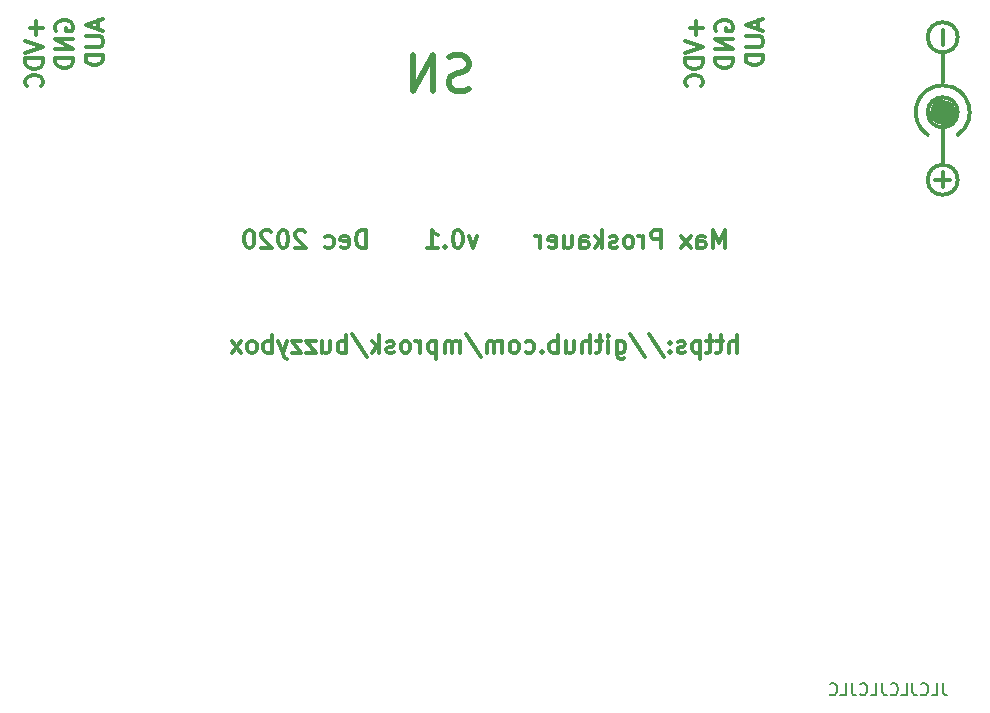
<source format=gbr>
G04 #@! TF.GenerationSoftware,KiCad,Pcbnew,(5.1.4)-1*
G04 #@! TF.CreationDate,2020-12-21T11:31:01-05:00*
G04 #@! TF.ProjectId,buzzybox,62757a7a-7962-46f7-982e-6b696361645f,rev?*
G04 #@! TF.SameCoordinates,Original*
G04 #@! TF.FileFunction,Legend,Bot*
G04 #@! TF.FilePolarity,Positive*
%FSLAX46Y46*%
G04 Gerber Fmt 4.6, Leading zero omitted, Abs format (unit mm)*
G04 Created by KiCad (PCBNEW (5.1.4)-1) date 2020-12-21 11:31:01*
%MOMM*%
%LPD*%
G04 APERTURE LIST*
%ADD10C,0.500000*%
%ADD11C,0.300000*%
%ADD12C,2.000000*%
%ADD13C,0.150000*%
G04 APERTURE END LIST*
D10*
X110378571Y-57094285D02*
X109950000Y-57237142D01*
X109235714Y-57237142D01*
X108950000Y-57094285D01*
X108807142Y-56951428D01*
X108664285Y-56665714D01*
X108664285Y-56380000D01*
X108807142Y-56094285D01*
X108950000Y-55951428D01*
X109235714Y-55808571D01*
X109807142Y-55665714D01*
X110092857Y-55522857D01*
X110235714Y-55380000D01*
X110378571Y-55094285D01*
X110378571Y-54808571D01*
X110235714Y-54522857D01*
X110092857Y-54380000D01*
X109807142Y-54237142D01*
X109092857Y-54237142D01*
X108664285Y-54380000D01*
X107378571Y-57237142D02*
X107378571Y-54237142D01*
X105664285Y-57237142D01*
X105664285Y-54237142D01*
D11*
X133045714Y-79418571D02*
X133045714Y-77918571D01*
X132402857Y-79418571D02*
X132402857Y-78632857D01*
X132474285Y-78490000D01*
X132617142Y-78418571D01*
X132831428Y-78418571D01*
X132974285Y-78490000D01*
X133045714Y-78561428D01*
X131902857Y-78418571D02*
X131331428Y-78418571D01*
X131688571Y-77918571D02*
X131688571Y-79204285D01*
X131617142Y-79347142D01*
X131474285Y-79418571D01*
X131331428Y-79418571D01*
X131045714Y-78418571D02*
X130474285Y-78418571D01*
X130831428Y-77918571D02*
X130831428Y-79204285D01*
X130760000Y-79347142D01*
X130617142Y-79418571D01*
X130474285Y-79418571D01*
X129974285Y-78418571D02*
X129974285Y-79918571D01*
X129974285Y-78490000D02*
X129831428Y-78418571D01*
X129545714Y-78418571D01*
X129402857Y-78490000D01*
X129331428Y-78561428D01*
X129260000Y-78704285D01*
X129260000Y-79132857D01*
X129331428Y-79275714D01*
X129402857Y-79347142D01*
X129545714Y-79418571D01*
X129831428Y-79418571D01*
X129974285Y-79347142D01*
X128688571Y-79347142D02*
X128545714Y-79418571D01*
X128260000Y-79418571D01*
X128117142Y-79347142D01*
X128045714Y-79204285D01*
X128045714Y-79132857D01*
X128117142Y-78990000D01*
X128260000Y-78918571D01*
X128474285Y-78918571D01*
X128617142Y-78847142D01*
X128688571Y-78704285D01*
X128688571Y-78632857D01*
X128617142Y-78490000D01*
X128474285Y-78418571D01*
X128260000Y-78418571D01*
X128117142Y-78490000D01*
X127402857Y-79275714D02*
X127331428Y-79347142D01*
X127402857Y-79418571D01*
X127474285Y-79347142D01*
X127402857Y-79275714D01*
X127402857Y-79418571D01*
X127402857Y-78490000D02*
X127331428Y-78561428D01*
X127402857Y-78632857D01*
X127474285Y-78561428D01*
X127402857Y-78490000D01*
X127402857Y-78632857D01*
X125617142Y-77847142D02*
X126902857Y-79775714D01*
X124045714Y-77847142D02*
X125331428Y-79775714D01*
X122902857Y-78418571D02*
X122902857Y-79632857D01*
X122974285Y-79775714D01*
X123045714Y-79847142D01*
X123188571Y-79918571D01*
X123402857Y-79918571D01*
X123545714Y-79847142D01*
X122902857Y-79347142D02*
X123045714Y-79418571D01*
X123331428Y-79418571D01*
X123474285Y-79347142D01*
X123545714Y-79275714D01*
X123617142Y-79132857D01*
X123617142Y-78704285D01*
X123545714Y-78561428D01*
X123474285Y-78490000D01*
X123331428Y-78418571D01*
X123045714Y-78418571D01*
X122902857Y-78490000D01*
X122188571Y-79418571D02*
X122188571Y-78418571D01*
X122188571Y-77918571D02*
X122259999Y-77990000D01*
X122188571Y-78061428D01*
X122117142Y-77990000D01*
X122188571Y-77918571D01*
X122188571Y-78061428D01*
X121688571Y-78418571D02*
X121117142Y-78418571D01*
X121474285Y-77918571D02*
X121474285Y-79204285D01*
X121402857Y-79347142D01*
X121260000Y-79418571D01*
X121117142Y-79418571D01*
X120617142Y-79418571D02*
X120617142Y-77918571D01*
X119974285Y-79418571D02*
X119974285Y-78632857D01*
X120045714Y-78490000D01*
X120188571Y-78418571D01*
X120402857Y-78418571D01*
X120545714Y-78490000D01*
X120617142Y-78561428D01*
X118617142Y-78418571D02*
X118617142Y-79418571D01*
X119259999Y-78418571D02*
X119259999Y-79204285D01*
X119188571Y-79347142D01*
X119045714Y-79418571D01*
X118831428Y-79418571D01*
X118688571Y-79347142D01*
X118617142Y-79275714D01*
X117902857Y-79418571D02*
X117902857Y-77918571D01*
X117902857Y-78490000D02*
X117759999Y-78418571D01*
X117474285Y-78418571D01*
X117331428Y-78490000D01*
X117259999Y-78561428D01*
X117188571Y-78704285D01*
X117188571Y-79132857D01*
X117259999Y-79275714D01*
X117331428Y-79347142D01*
X117474285Y-79418571D01*
X117759999Y-79418571D01*
X117902857Y-79347142D01*
X116545714Y-79275714D02*
X116474285Y-79347142D01*
X116545714Y-79418571D01*
X116617142Y-79347142D01*
X116545714Y-79275714D01*
X116545714Y-79418571D01*
X115188571Y-79347142D02*
X115331428Y-79418571D01*
X115617142Y-79418571D01*
X115759999Y-79347142D01*
X115831428Y-79275714D01*
X115902857Y-79132857D01*
X115902857Y-78704285D01*
X115831428Y-78561428D01*
X115759999Y-78490000D01*
X115617142Y-78418571D01*
X115331428Y-78418571D01*
X115188571Y-78490000D01*
X114331428Y-79418571D02*
X114474285Y-79347142D01*
X114545714Y-79275714D01*
X114617142Y-79132857D01*
X114617142Y-78704285D01*
X114545714Y-78561428D01*
X114474285Y-78490000D01*
X114331428Y-78418571D01*
X114117142Y-78418571D01*
X113974285Y-78490000D01*
X113902857Y-78561428D01*
X113831428Y-78704285D01*
X113831428Y-79132857D01*
X113902857Y-79275714D01*
X113974285Y-79347142D01*
X114117142Y-79418571D01*
X114331428Y-79418571D01*
X113188571Y-79418571D02*
X113188571Y-78418571D01*
X113188571Y-78561428D02*
X113117142Y-78490000D01*
X112974285Y-78418571D01*
X112759999Y-78418571D01*
X112617142Y-78490000D01*
X112545714Y-78632857D01*
X112545714Y-79418571D01*
X112545714Y-78632857D02*
X112474285Y-78490000D01*
X112331428Y-78418571D01*
X112117142Y-78418571D01*
X111974285Y-78490000D01*
X111902857Y-78632857D01*
X111902857Y-79418571D01*
X110117142Y-77847142D02*
X111402857Y-79775714D01*
X109617142Y-79418571D02*
X109617142Y-78418571D01*
X109617142Y-78561428D02*
X109545714Y-78490000D01*
X109402857Y-78418571D01*
X109188571Y-78418571D01*
X109045714Y-78490000D01*
X108974285Y-78632857D01*
X108974285Y-79418571D01*
X108974285Y-78632857D02*
X108902857Y-78490000D01*
X108759999Y-78418571D01*
X108545714Y-78418571D01*
X108402857Y-78490000D01*
X108331428Y-78632857D01*
X108331428Y-79418571D01*
X107617142Y-78418571D02*
X107617142Y-79918571D01*
X107617142Y-78490000D02*
X107474285Y-78418571D01*
X107188571Y-78418571D01*
X107045714Y-78490000D01*
X106974285Y-78561428D01*
X106902857Y-78704285D01*
X106902857Y-79132857D01*
X106974285Y-79275714D01*
X107045714Y-79347142D01*
X107188571Y-79418571D01*
X107474285Y-79418571D01*
X107617142Y-79347142D01*
X106259999Y-79418571D02*
X106259999Y-78418571D01*
X106259999Y-78704285D02*
X106188571Y-78561428D01*
X106117142Y-78490000D01*
X105974285Y-78418571D01*
X105831428Y-78418571D01*
X105117142Y-79418571D02*
X105259999Y-79347142D01*
X105331428Y-79275714D01*
X105402857Y-79132857D01*
X105402857Y-78704285D01*
X105331428Y-78561428D01*
X105259999Y-78490000D01*
X105117142Y-78418571D01*
X104902857Y-78418571D01*
X104759999Y-78490000D01*
X104688571Y-78561428D01*
X104617142Y-78704285D01*
X104617142Y-79132857D01*
X104688571Y-79275714D01*
X104759999Y-79347142D01*
X104902857Y-79418571D01*
X105117142Y-79418571D01*
X104045714Y-79347142D02*
X103902857Y-79418571D01*
X103617142Y-79418571D01*
X103474285Y-79347142D01*
X103402857Y-79204285D01*
X103402857Y-79132857D01*
X103474285Y-78990000D01*
X103617142Y-78918571D01*
X103831428Y-78918571D01*
X103974285Y-78847142D01*
X104045714Y-78704285D01*
X104045714Y-78632857D01*
X103974285Y-78490000D01*
X103831428Y-78418571D01*
X103617142Y-78418571D01*
X103474285Y-78490000D01*
X102759999Y-79418571D02*
X102759999Y-77918571D01*
X102617142Y-78847142D02*
X102188571Y-79418571D01*
X102188571Y-78418571D02*
X102759999Y-78990000D01*
X100474285Y-77847142D02*
X101759999Y-79775714D01*
X99974285Y-79418571D02*
X99974285Y-77918571D01*
X99974285Y-78490000D02*
X99831428Y-78418571D01*
X99545714Y-78418571D01*
X99402857Y-78490000D01*
X99331428Y-78561428D01*
X99259999Y-78704285D01*
X99259999Y-79132857D01*
X99331428Y-79275714D01*
X99402857Y-79347142D01*
X99545714Y-79418571D01*
X99831428Y-79418571D01*
X99974285Y-79347142D01*
X97974285Y-78418571D02*
X97974285Y-79418571D01*
X98617142Y-78418571D02*
X98617142Y-79204285D01*
X98545714Y-79347142D01*
X98402857Y-79418571D01*
X98188571Y-79418571D01*
X98045714Y-79347142D01*
X97974285Y-79275714D01*
X97402857Y-78418571D02*
X96617142Y-78418571D01*
X97402857Y-79418571D01*
X96617142Y-79418571D01*
X96188571Y-78418571D02*
X95402857Y-78418571D01*
X96188571Y-79418571D01*
X95402857Y-79418571D01*
X94974285Y-78418571D02*
X94617142Y-79418571D01*
X94259999Y-78418571D02*
X94617142Y-79418571D01*
X94759999Y-79775714D01*
X94831428Y-79847142D01*
X94974285Y-79918571D01*
X93688571Y-79418571D02*
X93688571Y-77918571D01*
X93688571Y-78490000D02*
X93545714Y-78418571D01*
X93259999Y-78418571D01*
X93117142Y-78490000D01*
X93045714Y-78561428D01*
X92974285Y-78704285D01*
X92974285Y-79132857D01*
X93045714Y-79275714D01*
X93117142Y-79347142D01*
X93259999Y-79418571D01*
X93545714Y-79418571D01*
X93688571Y-79347142D01*
X92117142Y-79418571D02*
X92259999Y-79347142D01*
X92331428Y-79275714D01*
X92402857Y-79132857D01*
X92402857Y-78704285D01*
X92331428Y-78561428D01*
X92259999Y-78490000D01*
X92117142Y-78418571D01*
X91902857Y-78418571D01*
X91759999Y-78490000D01*
X91688571Y-78561428D01*
X91617142Y-78704285D01*
X91617142Y-79132857D01*
X91688571Y-79275714D01*
X91759999Y-79347142D01*
X91902857Y-79418571D01*
X92117142Y-79418571D01*
X91117142Y-79418571D02*
X90331428Y-78418571D01*
X91117142Y-78418571D02*
X90331428Y-79418571D01*
X132081428Y-70528571D02*
X132081428Y-69028571D01*
X131581428Y-70100000D01*
X131081428Y-69028571D01*
X131081428Y-70528571D01*
X129724285Y-70528571D02*
X129724285Y-69742857D01*
X129795714Y-69600000D01*
X129938571Y-69528571D01*
X130224285Y-69528571D01*
X130367142Y-69600000D01*
X129724285Y-70457142D02*
X129867142Y-70528571D01*
X130224285Y-70528571D01*
X130367142Y-70457142D01*
X130438571Y-70314285D01*
X130438571Y-70171428D01*
X130367142Y-70028571D01*
X130224285Y-69957142D01*
X129867142Y-69957142D01*
X129724285Y-69885714D01*
X129152857Y-70528571D02*
X128367142Y-69528571D01*
X129152857Y-69528571D02*
X128367142Y-70528571D01*
X126652857Y-70528571D02*
X126652857Y-69028571D01*
X126081428Y-69028571D01*
X125938571Y-69100000D01*
X125867142Y-69171428D01*
X125795714Y-69314285D01*
X125795714Y-69528571D01*
X125867142Y-69671428D01*
X125938571Y-69742857D01*
X126081428Y-69814285D01*
X126652857Y-69814285D01*
X125152857Y-70528571D02*
X125152857Y-69528571D01*
X125152857Y-69814285D02*
X125081428Y-69671428D01*
X125010000Y-69600000D01*
X124867142Y-69528571D01*
X124724285Y-69528571D01*
X124010000Y-70528571D02*
X124152857Y-70457142D01*
X124224285Y-70385714D01*
X124295714Y-70242857D01*
X124295714Y-69814285D01*
X124224285Y-69671428D01*
X124152857Y-69600000D01*
X124010000Y-69528571D01*
X123795714Y-69528571D01*
X123652857Y-69600000D01*
X123581428Y-69671428D01*
X123510000Y-69814285D01*
X123510000Y-70242857D01*
X123581428Y-70385714D01*
X123652857Y-70457142D01*
X123795714Y-70528571D01*
X124010000Y-70528571D01*
X122938571Y-70457142D02*
X122795714Y-70528571D01*
X122510000Y-70528571D01*
X122367142Y-70457142D01*
X122295714Y-70314285D01*
X122295714Y-70242857D01*
X122367142Y-70100000D01*
X122510000Y-70028571D01*
X122724285Y-70028571D01*
X122867142Y-69957142D01*
X122938571Y-69814285D01*
X122938571Y-69742857D01*
X122867142Y-69600000D01*
X122724285Y-69528571D01*
X122510000Y-69528571D01*
X122367142Y-69600000D01*
X121652857Y-70528571D02*
X121652857Y-69028571D01*
X121510000Y-69957142D02*
X121081428Y-70528571D01*
X121081428Y-69528571D02*
X121652857Y-70100000D01*
X119795714Y-70528571D02*
X119795714Y-69742857D01*
X119867142Y-69600000D01*
X120010000Y-69528571D01*
X120295714Y-69528571D01*
X120438571Y-69600000D01*
X119795714Y-70457142D02*
X119938571Y-70528571D01*
X120295714Y-70528571D01*
X120438571Y-70457142D01*
X120510000Y-70314285D01*
X120510000Y-70171428D01*
X120438571Y-70028571D01*
X120295714Y-69957142D01*
X119938571Y-69957142D01*
X119795714Y-69885714D01*
X118438571Y-69528571D02*
X118438571Y-70528571D01*
X119081428Y-69528571D02*
X119081428Y-70314285D01*
X119010000Y-70457142D01*
X118867142Y-70528571D01*
X118652857Y-70528571D01*
X118510000Y-70457142D01*
X118438571Y-70385714D01*
X117152857Y-70457142D02*
X117295714Y-70528571D01*
X117581428Y-70528571D01*
X117724285Y-70457142D01*
X117795714Y-70314285D01*
X117795714Y-69742857D01*
X117724285Y-69600000D01*
X117581428Y-69528571D01*
X117295714Y-69528571D01*
X117152857Y-69600000D01*
X117081428Y-69742857D01*
X117081428Y-69885714D01*
X117795714Y-70028571D01*
X116438571Y-70528571D02*
X116438571Y-69528571D01*
X116438571Y-69814285D02*
X116367142Y-69671428D01*
X116295714Y-69600000D01*
X116152857Y-69528571D01*
X116010000Y-69528571D01*
X111081428Y-69528571D02*
X110724285Y-70528571D01*
X110367142Y-69528571D01*
X109510000Y-69028571D02*
X109367142Y-69028571D01*
X109224285Y-69100000D01*
X109152857Y-69171428D01*
X109081428Y-69314285D01*
X109010000Y-69600000D01*
X109010000Y-69957142D01*
X109081428Y-70242857D01*
X109152857Y-70385714D01*
X109224285Y-70457142D01*
X109367142Y-70528571D01*
X109510000Y-70528571D01*
X109652857Y-70457142D01*
X109724285Y-70385714D01*
X109795714Y-70242857D01*
X109867142Y-69957142D01*
X109867142Y-69600000D01*
X109795714Y-69314285D01*
X109724285Y-69171428D01*
X109652857Y-69100000D01*
X109510000Y-69028571D01*
X108367142Y-70385714D02*
X108295714Y-70457142D01*
X108367142Y-70528571D01*
X108438571Y-70457142D01*
X108367142Y-70385714D01*
X108367142Y-70528571D01*
X106867142Y-70528571D02*
X107724285Y-70528571D01*
X107295714Y-70528571D02*
X107295714Y-69028571D01*
X107438571Y-69242857D01*
X107581428Y-69385714D01*
X107724285Y-69457142D01*
X101652857Y-70528571D02*
X101652857Y-69028571D01*
X101295714Y-69028571D01*
X101081428Y-69100000D01*
X100938571Y-69242857D01*
X100867142Y-69385714D01*
X100795714Y-69671428D01*
X100795714Y-69885714D01*
X100867142Y-70171428D01*
X100938571Y-70314285D01*
X101081428Y-70457142D01*
X101295714Y-70528571D01*
X101652857Y-70528571D01*
X99581428Y-70457142D02*
X99724285Y-70528571D01*
X100010000Y-70528571D01*
X100152857Y-70457142D01*
X100224285Y-70314285D01*
X100224285Y-69742857D01*
X100152857Y-69600000D01*
X100010000Y-69528571D01*
X99724285Y-69528571D01*
X99581428Y-69600000D01*
X99510000Y-69742857D01*
X99510000Y-69885714D01*
X100224285Y-70028571D01*
X98224285Y-70457142D02*
X98367142Y-70528571D01*
X98652857Y-70528571D01*
X98795714Y-70457142D01*
X98867142Y-70385714D01*
X98938571Y-70242857D01*
X98938571Y-69814285D01*
X98867142Y-69671428D01*
X98795714Y-69600000D01*
X98652857Y-69528571D01*
X98367142Y-69528571D01*
X98224285Y-69600000D01*
X96510000Y-69171428D02*
X96438571Y-69100000D01*
X96295714Y-69028571D01*
X95938571Y-69028571D01*
X95795714Y-69100000D01*
X95724285Y-69171428D01*
X95652857Y-69314285D01*
X95652857Y-69457142D01*
X95724285Y-69671428D01*
X96581428Y-70528571D01*
X95652857Y-70528571D01*
X94724285Y-69028571D02*
X94581428Y-69028571D01*
X94438571Y-69100000D01*
X94367142Y-69171428D01*
X94295714Y-69314285D01*
X94224285Y-69600000D01*
X94224285Y-69957142D01*
X94295714Y-70242857D01*
X94367142Y-70385714D01*
X94438571Y-70457142D01*
X94581428Y-70528571D01*
X94724285Y-70528571D01*
X94867142Y-70457142D01*
X94938571Y-70385714D01*
X95010000Y-70242857D01*
X95081428Y-69957142D01*
X95081428Y-69600000D01*
X95010000Y-69314285D01*
X94938571Y-69171428D01*
X94867142Y-69100000D01*
X94724285Y-69028571D01*
X93652857Y-69171428D02*
X93581428Y-69100000D01*
X93438571Y-69028571D01*
X93081428Y-69028571D01*
X92938571Y-69100000D01*
X92867142Y-69171428D01*
X92795714Y-69314285D01*
X92795714Y-69457142D01*
X92867142Y-69671428D01*
X93724285Y-70528571D01*
X92795714Y-70528571D01*
X91867142Y-69028571D02*
X91724285Y-69028571D01*
X91581428Y-69100000D01*
X91510000Y-69171428D01*
X91438571Y-69314285D01*
X91367142Y-69600000D01*
X91367142Y-69957142D01*
X91438571Y-70242857D01*
X91510000Y-70385714D01*
X91581428Y-70457142D01*
X91724285Y-70528571D01*
X91867142Y-70528571D01*
X92010000Y-70457142D01*
X92081428Y-70385714D01*
X92152857Y-70242857D01*
X92224285Y-69957142D01*
X92224285Y-69600000D01*
X92152857Y-69314285D01*
X92081428Y-69171428D01*
X92010000Y-69100000D01*
X91867142Y-69028571D01*
D12*
X150622000Y-59055000D02*
G75*
G03X150622000Y-59055000I-127000J0D01*
G01*
D11*
X150495000Y-52070000D02*
X150495000Y-53340000D01*
X150495000Y-64135000D02*
X150495000Y-65405000D01*
X149860000Y-64770000D02*
X151130000Y-64770000D01*
X151765000Y-64770000D02*
G75*
G03X151765000Y-64770000I-1270000J0D01*
G01*
X151765000Y-52705000D02*
G75*
G03X151765000Y-52705000I-1270000J0D01*
G01*
X150495000Y-56515000D02*
X150495000Y-53975000D01*
X150495000Y-60325000D02*
X150495000Y-63500000D01*
X151765660Y-60959559D02*
G75*
G03X149225001Y-60959999I-1270660J1904559D01*
G01*
X151765000Y-59055000D02*
G75*
G03X151765000Y-59055000I-1270000J0D01*
G01*
D13*
X150508690Y-107402380D02*
X150508690Y-108116666D01*
X150556309Y-108259523D01*
X150651547Y-108354761D01*
X150794404Y-108402380D01*
X150889642Y-108402380D01*
X149556309Y-108402380D02*
X150032500Y-108402380D01*
X150032500Y-107402380D01*
X148651547Y-108307142D02*
X148699166Y-108354761D01*
X148842023Y-108402380D01*
X148937261Y-108402380D01*
X149080119Y-108354761D01*
X149175357Y-108259523D01*
X149222976Y-108164285D01*
X149270595Y-107973809D01*
X149270595Y-107830952D01*
X149222976Y-107640476D01*
X149175357Y-107545238D01*
X149080119Y-107450000D01*
X148937261Y-107402380D01*
X148842023Y-107402380D01*
X148699166Y-107450000D01*
X148651547Y-107497619D01*
X147937261Y-107402380D02*
X147937261Y-108116666D01*
X147984880Y-108259523D01*
X148080119Y-108354761D01*
X148222976Y-108402380D01*
X148318214Y-108402380D01*
X146984880Y-108402380D02*
X147461071Y-108402380D01*
X147461071Y-107402380D01*
X146080119Y-108307142D02*
X146127738Y-108354761D01*
X146270595Y-108402380D01*
X146365833Y-108402380D01*
X146508690Y-108354761D01*
X146603928Y-108259523D01*
X146651547Y-108164285D01*
X146699166Y-107973809D01*
X146699166Y-107830952D01*
X146651547Y-107640476D01*
X146603928Y-107545238D01*
X146508690Y-107450000D01*
X146365833Y-107402380D01*
X146270595Y-107402380D01*
X146127738Y-107450000D01*
X146080119Y-107497619D01*
X145365833Y-107402380D02*
X145365833Y-108116666D01*
X145413452Y-108259523D01*
X145508690Y-108354761D01*
X145651547Y-108402380D01*
X145746785Y-108402380D01*
X144413452Y-108402380D02*
X144889642Y-108402380D01*
X144889642Y-107402380D01*
X143508690Y-108307142D02*
X143556309Y-108354761D01*
X143699166Y-108402380D01*
X143794404Y-108402380D01*
X143937261Y-108354761D01*
X144032500Y-108259523D01*
X144080119Y-108164285D01*
X144127738Y-107973809D01*
X144127738Y-107830952D01*
X144080119Y-107640476D01*
X144032500Y-107545238D01*
X143937261Y-107450000D01*
X143794404Y-107402380D01*
X143699166Y-107402380D01*
X143556309Y-107450000D01*
X143508690Y-107497619D01*
X142794404Y-107402380D02*
X142794404Y-108116666D01*
X142842023Y-108259523D01*
X142937261Y-108354761D01*
X143080119Y-108402380D01*
X143175357Y-108402380D01*
X141842023Y-108402380D02*
X142318214Y-108402380D01*
X142318214Y-107402380D01*
X140937261Y-108307142D02*
X140984880Y-108354761D01*
X141127738Y-108402380D01*
X141222976Y-108402380D01*
X141365833Y-108354761D01*
X141461071Y-108259523D01*
X141508690Y-108164285D01*
X141556309Y-107973809D01*
X141556309Y-107830952D01*
X141508690Y-107640476D01*
X141461071Y-107545238D01*
X141365833Y-107450000D01*
X141222976Y-107402380D01*
X141127738Y-107402380D01*
X140984880Y-107450000D01*
X140937261Y-107497619D01*
D11*
X129637142Y-51352142D02*
X129637142Y-52495000D01*
X130208571Y-51923571D02*
X129065714Y-51923571D01*
X128708571Y-52995000D02*
X130208571Y-53495000D01*
X128708571Y-53995000D01*
X130208571Y-54495000D02*
X128708571Y-54495000D01*
X128708571Y-54852142D01*
X128780000Y-55066428D01*
X128922857Y-55209285D01*
X129065714Y-55280714D01*
X129351428Y-55352142D01*
X129565714Y-55352142D01*
X129851428Y-55280714D01*
X129994285Y-55209285D01*
X130137142Y-55066428D01*
X130208571Y-54852142D01*
X130208571Y-54495000D01*
X130065714Y-56852142D02*
X130137142Y-56780714D01*
X130208571Y-56566428D01*
X130208571Y-56423571D01*
X130137142Y-56209285D01*
X129994285Y-56066428D01*
X129851428Y-55995000D01*
X129565714Y-55923571D01*
X129351428Y-55923571D01*
X129065714Y-55995000D01*
X128922857Y-56066428D01*
X128780000Y-56209285D01*
X128708571Y-56423571D01*
X128708571Y-56566428D01*
X128780000Y-56780714D01*
X128851428Y-56852142D01*
X131330000Y-52137857D02*
X131258571Y-51995000D01*
X131258571Y-51780714D01*
X131330000Y-51566428D01*
X131472857Y-51423571D01*
X131615714Y-51352142D01*
X131901428Y-51280714D01*
X132115714Y-51280714D01*
X132401428Y-51352142D01*
X132544285Y-51423571D01*
X132687142Y-51566428D01*
X132758571Y-51780714D01*
X132758571Y-51923571D01*
X132687142Y-52137857D01*
X132615714Y-52209285D01*
X132115714Y-52209285D01*
X132115714Y-51923571D01*
X132758571Y-52852142D02*
X131258571Y-52852142D01*
X132758571Y-53709285D01*
X131258571Y-53709285D01*
X132758571Y-54423571D02*
X131258571Y-54423571D01*
X131258571Y-54780714D01*
X131330000Y-54995000D01*
X131472857Y-55137857D01*
X131615714Y-55209285D01*
X131901428Y-55280714D01*
X132115714Y-55280714D01*
X132401428Y-55209285D01*
X132544285Y-55137857D01*
X132687142Y-54995000D01*
X132758571Y-54780714D01*
X132758571Y-54423571D01*
X134880000Y-51280714D02*
X134880000Y-51995000D01*
X135308571Y-51137857D02*
X133808571Y-51637857D01*
X135308571Y-52137857D01*
X133808571Y-52637857D02*
X135022857Y-52637857D01*
X135165714Y-52709285D01*
X135237142Y-52780714D01*
X135308571Y-52923571D01*
X135308571Y-53209285D01*
X135237142Y-53352142D01*
X135165714Y-53423571D01*
X135022857Y-53495000D01*
X133808571Y-53495000D01*
X135308571Y-54209285D02*
X133808571Y-54209285D01*
X133808571Y-54566428D01*
X133880000Y-54780714D01*
X134022857Y-54923571D01*
X134165714Y-54995000D01*
X134451428Y-55066428D01*
X134665714Y-55066428D01*
X134951428Y-54995000D01*
X135094285Y-54923571D01*
X135237142Y-54780714D01*
X135308571Y-54566428D01*
X135308571Y-54209285D01*
X73757142Y-51352142D02*
X73757142Y-52495000D01*
X74328571Y-51923571D02*
X73185714Y-51923571D01*
X72828571Y-52995000D02*
X74328571Y-53495000D01*
X72828571Y-53995000D01*
X74328571Y-54495000D02*
X72828571Y-54495000D01*
X72828571Y-54852142D01*
X72900000Y-55066428D01*
X73042857Y-55209285D01*
X73185714Y-55280714D01*
X73471428Y-55352142D01*
X73685714Y-55352142D01*
X73971428Y-55280714D01*
X74114285Y-55209285D01*
X74257142Y-55066428D01*
X74328571Y-54852142D01*
X74328571Y-54495000D01*
X74185714Y-56852142D02*
X74257142Y-56780714D01*
X74328571Y-56566428D01*
X74328571Y-56423571D01*
X74257142Y-56209285D01*
X74114285Y-56066428D01*
X73971428Y-55995000D01*
X73685714Y-55923571D01*
X73471428Y-55923571D01*
X73185714Y-55995000D01*
X73042857Y-56066428D01*
X72900000Y-56209285D01*
X72828571Y-56423571D01*
X72828571Y-56566428D01*
X72900000Y-56780714D01*
X72971428Y-56852142D01*
X75450000Y-52137857D02*
X75378571Y-51995000D01*
X75378571Y-51780714D01*
X75450000Y-51566428D01*
X75592857Y-51423571D01*
X75735714Y-51352142D01*
X76021428Y-51280714D01*
X76235714Y-51280714D01*
X76521428Y-51352142D01*
X76664285Y-51423571D01*
X76807142Y-51566428D01*
X76878571Y-51780714D01*
X76878571Y-51923571D01*
X76807142Y-52137857D01*
X76735714Y-52209285D01*
X76235714Y-52209285D01*
X76235714Y-51923571D01*
X76878571Y-52852142D02*
X75378571Y-52852142D01*
X76878571Y-53709285D01*
X75378571Y-53709285D01*
X76878571Y-54423571D02*
X75378571Y-54423571D01*
X75378571Y-54780714D01*
X75450000Y-54995000D01*
X75592857Y-55137857D01*
X75735714Y-55209285D01*
X76021428Y-55280714D01*
X76235714Y-55280714D01*
X76521428Y-55209285D01*
X76664285Y-55137857D01*
X76807142Y-54995000D01*
X76878571Y-54780714D01*
X76878571Y-54423571D01*
X79000000Y-51280714D02*
X79000000Y-51995000D01*
X79428571Y-51137857D02*
X77928571Y-51637857D01*
X79428571Y-52137857D01*
X77928571Y-52637857D02*
X79142857Y-52637857D01*
X79285714Y-52709285D01*
X79357142Y-52780714D01*
X79428571Y-52923571D01*
X79428571Y-53209285D01*
X79357142Y-53352142D01*
X79285714Y-53423571D01*
X79142857Y-53495000D01*
X77928571Y-53495000D01*
X79428571Y-54209285D02*
X77928571Y-54209285D01*
X77928571Y-54566428D01*
X78000000Y-54780714D01*
X78142857Y-54923571D01*
X78285714Y-54995000D01*
X78571428Y-55066428D01*
X78785714Y-55066428D01*
X79071428Y-54995000D01*
X79214285Y-54923571D01*
X79357142Y-54780714D01*
X79428571Y-54566428D01*
X79428571Y-54209285D01*
M02*

</source>
